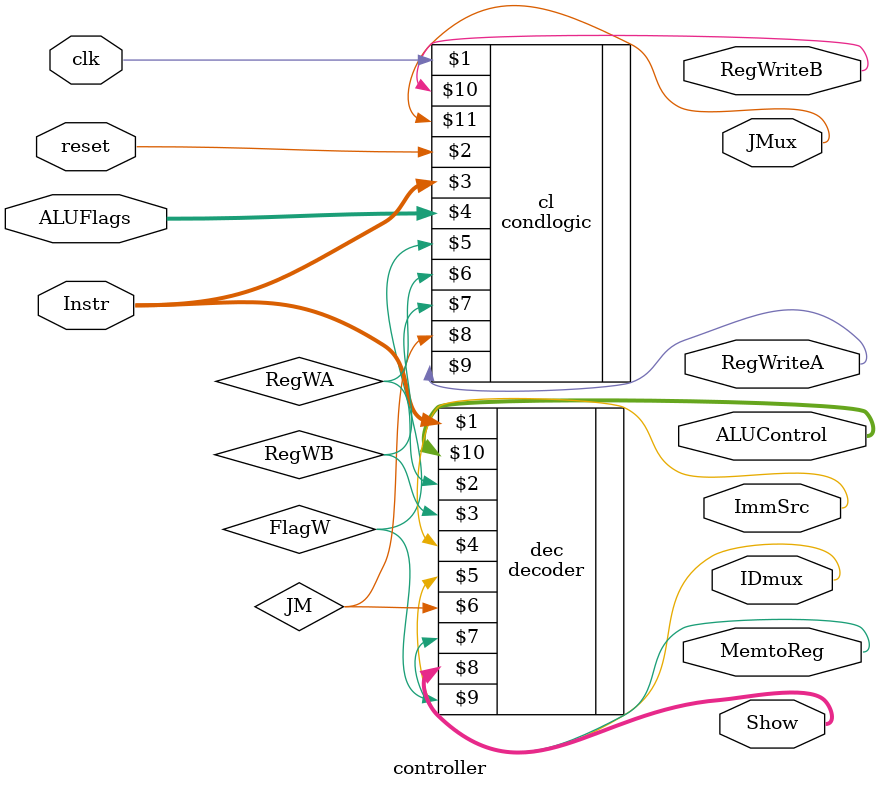
<source format=sv>
module controller(	input logic 			clk, reset,
							input logic [15:0]	Instr,
							input logic [3:0]		ALUFlags,
							output logic			RegWriteA, RegWriteB, ImmSrc,
														IDmux, JMux,
														MemtoReg,
							output logic [1:0]	Show,
							output logic [3:0]	ALUControl);
	logic 		FlagW;
	logic 		RegWA, RegWB, JM;

	decoder dec(	Instr,
						RegWA, RegWB, ImmSrc,
						IDmux, JM,
						MemtoReg, Show, FlagW,
						ALUControl);
	condlogic cl(	clk, reset, 
						Instr, ALUFlags, FlagW,
						RegWA, RegWB, JM,
						RegWriteA, RegWriteB, JMux);
endmodule 
</source>
